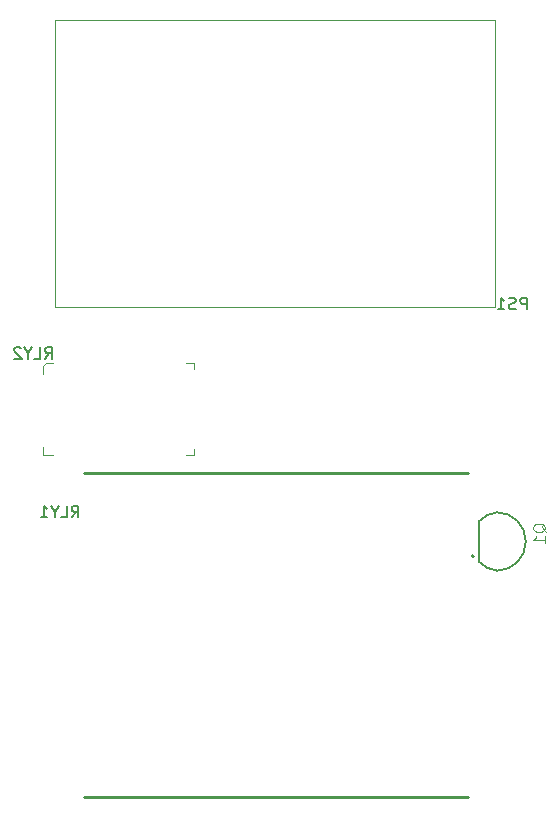
<source format=gbo>
G04 #@! TF.GenerationSoftware,KiCad,Pcbnew,(5.1.10)-1*
G04 #@! TF.CreationDate,2021-10-14T14:39:51-07:00*
G04 #@! TF.ProjectId,Plug_Pass,506c7567-5f50-4617-9373-2e6b69636164,v3.1*
G04 #@! TF.SameCoordinates,Original*
G04 #@! TF.FileFunction,Legend,Bot*
G04 #@! TF.FilePolarity,Positive*
%FSLAX46Y46*%
G04 Gerber Fmt 4.6, Leading zero omitted, Abs format (unit mm)*
G04 Created by KiCad (PCBNEW (5.1.10)-1) date 2021-10-14 14:39:51*
%MOMM*%
%LPD*%
G01*
G04 APERTURE LIST*
%ADD10C,0.200000*%
%ADD11C,0.127000*%
%ADD12C,0.100000*%
%ADD13C,0.250000*%
%ADD14C,0.120000*%
%ADD15C,0.015000*%
%ADD16C,0.150000*%
G04 APERTURE END LIST*
D10*
X170007000Y-102342000D02*
G75*
G03*
X170007000Y-102342000I-100000J0D01*
G01*
D11*
X170437000Y-102817000D02*
X170437000Y-99367000D01*
X170437001Y-99367000D02*
G75*
G02*
X171957000Y-98617000I1739129J-1609369D01*
G01*
X174377000Y-101092000D02*
G75*
G03*
X171957000Y-98617000I-2447500J27500D01*
G01*
X171957000Y-103567000D02*
G75*
G03*
X174377000Y-101092000I-27500J2447500D01*
G01*
X170437001Y-102817000D02*
G75*
G03*
X171957000Y-103567000I1739129J1609369D01*
G01*
D12*
X146249000Y-93751000D02*
X146249000Y-93301000D01*
X145624000Y-93751000D02*
X146249000Y-93751000D01*
X146249000Y-86001000D02*
X145649000Y-86001000D01*
X146249000Y-86426000D02*
X146249000Y-86001000D01*
X146249000Y-86376000D02*
X146249000Y-86476000D01*
X133499000Y-93751000D02*
X133499000Y-93076000D01*
X134374000Y-93751000D02*
X133499000Y-93751000D01*
X133499000Y-86276000D02*
X133499000Y-86951000D01*
X133774000Y-86001000D02*
X133499000Y-86276000D01*
X134374000Y-86001000D02*
X133774000Y-86001000D01*
D13*
X136982200Y-95302800D02*
X169492200Y-95302800D01*
X136982200Y-122732800D02*
X169492200Y-122732800D01*
D14*
X171782000Y-81208000D02*
X171782000Y-56968000D01*
X134542000Y-81208000D02*
X171782000Y-81208000D01*
X134542000Y-56968000D02*
X134542000Y-81208000D01*
X171782000Y-56968000D02*
X134542000Y-56968000D01*
D15*
X176089619Y-100321761D02*
X176042000Y-100226523D01*
X175946761Y-100131285D01*
X175803904Y-99988428D01*
X175756285Y-99893190D01*
X175756285Y-99797952D01*
X175994380Y-99845571D02*
X175946761Y-99750333D01*
X175851523Y-99655095D01*
X175661047Y-99607476D01*
X175327714Y-99607476D01*
X175137238Y-99655095D01*
X175042000Y-99750333D01*
X174994380Y-99845571D01*
X174994380Y-100036047D01*
X175042000Y-100131285D01*
X175137238Y-100226523D01*
X175327714Y-100274142D01*
X175661047Y-100274142D01*
X175851523Y-100226523D01*
X175946761Y-100131285D01*
X175994380Y-100036047D01*
X175994380Y-99845571D01*
X175994380Y-101226523D02*
X175994380Y-100655095D01*
X175994380Y-100940809D02*
X174994380Y-100940809D01*
X175137238Y-100845571D01*
X175232476Y-100750333D01*
X175280095Y-100655095D01*
D16*
X133687907Y-85628341D02*
X134021240Y-85152151D01*
X134259335Y-85628341D02*
X134259335Y-84628341D01*
X133878383Y-84628341D01*
X133783145Y-84675961D01*
X133735526Y-84723580D01*
X133687907Y-84818818D01*
X133687907Y-84961675D01*
X133735526Y-85056913D01*
X133783145Y-85104532D01*
X133878383Y-85152151D01*
X134259335Y-85152151D01*
X132783145Y-85628341D02*
X133259335Y-85628341D01*
X133259335Y-84628341D01*
X132259335Y-85152151D02*
X132259335Y-85628341D01*
X132592668Y-84628341D02*
X132259335Y-85152151D01*
X131926002Y-84628341D01*
X131640287Y-84723580D02*
X131592668Y-84675961D01*
X131497430Y-84628341D01*
X131259335Y-84628341D01*
X131164097Y-84675961D01*
X131116478Y-84723580D01*
X131068859Y-84818818D01*
X131068859Y-84914056D01*
X131116478Y-85056913D01*
X131687907Y-85628341D01*
X131068859Y-85628341D01*
X135931343Y-99061536D02*
X136264676Y-98585346D01*
X136502771Y-99061536D02*
X136502771Y-98061536D01*
X136121819Y-98061536D01*
X136026581Y-98109156D01*
X135978962Y-98156775D01*
X135931343Y-98252013D01*
X135931343Y-98394870D01*
X135978962Y-98490108D01*
X136026581Y-98537727D01*
X136121819Y-98585346D01*
X136502771Y-98585346D01*
X135026581Y-99061536D02*
X135502771Y-99061536D01*
X135502771Y-98061536D01*
X134502771Y-98585346D02*
X134502771Y-99061536D01*
X134836104Y-98061536D02*
X134502771Y-98585346D01*
X134169438Y-98061536D01*
X133312295Y-99061536D02*
X133883723Y-99061536D01*
X133598009Y-99061536D02*
X133598009Y-98061536D01*
X133693247Y-98204394D01*
X133788485Y-98299632D01*
X133883723Y-98347251D01*
X174465413Y-81440557D02*
X174465413Y-80440557D01*
X174084461Y-80440557D01*
X173989223Y-80488177D01*
X173941604Y-80535796D01*
X173893985Y-80631034D01*
X173893985Y-80773891D01*
X173941604Y-80869129D01*
X173989223Y-80916748D01*
X174084461Y-80964367D01*
X174465413Y-80964367D01*
X173513032Y-81392938D02*
X173370175Y-81440557D01*
X173132080Y-81440557D01*
X173036842Y-81392938D01*
X172989223Y-81345319D01*
X172941604Y-81250081D01*
X172941604Y-81154843D01*
X172989223Y-81059605D01*
X173036842Y-81011986D01*
X173132080Y-80964367D01*
X173322556Y-80916748D01*
X173417794Y-80869129D01*
X173465413Y-80821510D01*
X173513032Y-80726272D01*
X173513032Y-80631034D01*
X173465413Y-80535796D01*
X173417794Y-80488177D01*
X173322556Y-80440557D01*
X173084461Y-80440557D01*
X172941604Y-80488177D01*
X171989223Y-81440557D02*
X172560651Y-81440557D01*
X172274937Y-81440557D02*
X172274937Y-80440557D01*
X172370175Y-80583415D01*
X172465413Y-80678653D01*
X172560651Y-80726272D01*
M02*

</source>
